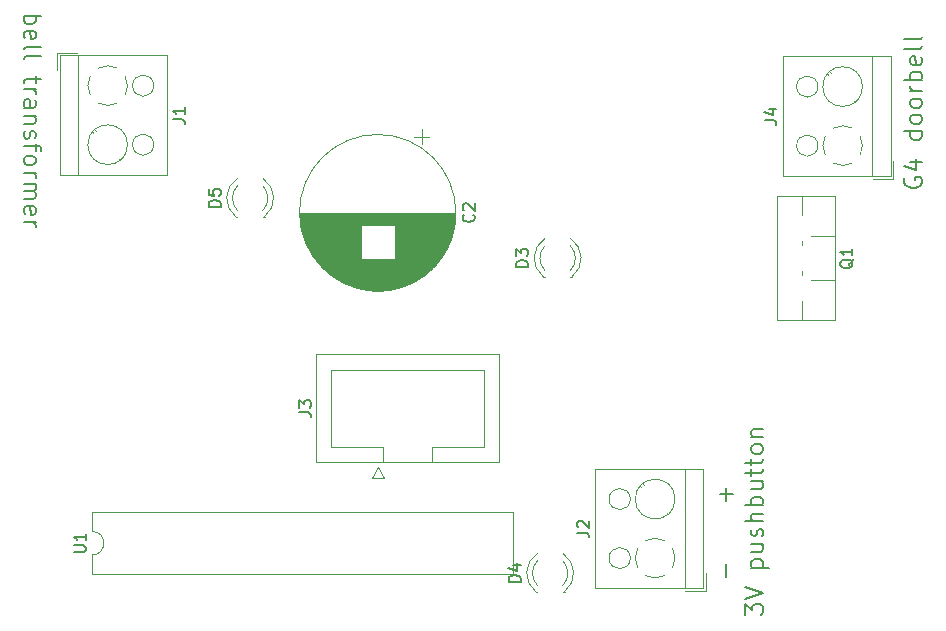
<source format=gbr>
%TF.GenerationSoftware,KiCad,Pcbnew,7.0.5*%
%TF.CreationDate,2024-03-07T15:26:59+01:00*%
%TF.ProjectId,g4_doorbell_module,67345f64-6f6f-4726-9265-6c6c5f6d6f64,rev?*%
%TF.SameCoordinates,Original*%
%TF.FileFunction,Legend,Top*%
%TF.FilePolarity,Positive*%
%FSLAX46Y46*%
G04 Gerber Fmt 4.6, Leading zero omitted, Abs format (unit mm)*
G04 Created by KiCad (PCBNEW 7.0.5) date 2024-03-07 15:26:59*
%MOMM*%
%LPD*%
G01*
G04 APERTURE LIST*
%ADD10C,0.200000*%
%ADD11C,0.150000*%
%ADD12C,0.120000*%
G04 APERTURE END LIST*
D10*
X62822028Y-60106136D02*
X62822028Y-59177564D01*
X62822028Y-59177564D02*
X63393457Y-59677564D01*
X63393457Y-59677564D02*
X63393457Y-59463279D01*
X63393457Y-59463279D02*
X63464885Y-59320422D01*
X63464885Y-59320422D02*
X63536314Y-59248993D01*
X63536314Y-59248993D02*
X63679171Y-59177564D01*
X63679171Y-59177564D02*
X64036314Y-59177564D01*
X64036314Y-59177564D02*
X64179171Y-59248993D01*
X64179171Y-59248993D02*
X64250600Y-59320422D01*
X64250600Y-59320422D02*
X64322028Y-59463279D01*
X64322028Y-59463279D02*
X64322028Y-59891850D01*
X64322028Y-59891850D02*
X64250600Y-60034707D01*
X64250600Y-60034707D02*
X64179171Y-60106136D01*
X62822028Y-58748993D02*
X64322028Y-58248993D01*
X64322028Y-58248993D02*
X62822028Y-57748993D01*
X63322028Y-56106137D02*
X64822028Y-56106137D01*
X63393457Y-56106137D02*
X63322028Y-55963280D01*
X63322028Y-55963280D02*
X63322028Y-55677565D01*
X63322028Y-55677565D02*
X63393457Y-55534708D01*
X63393457Y-55534708D02*
X63464885Y-55463280D01*
X63464885Y-55463280D02*
X63607742Y-55391851D01*
X63607742Y-55391851D02*
X64036314Y-55391851D01*
X64036314Y-55391851D02*
X64179171Y-55463280D01*
X64179171Y-55463280D02*
X64250600Y-55534708D01*
X64250600Y-55534708D02*
X64322028Y-55677565D01*
X64322028Y-55677565D02*
X64322028Y-55963280D01*
X64322028Y-55963280D02*
X64250600Y-56106137D01*
X63322028Y-54106137D02*
X64322028Y-54106137D01*
X63322028Y-54748994D02*
X64107742Y-54748994D01*
X64107742Y-54748994D02*
X64250600Y-54677565D01*
X64250600Y-54677565D02*
X64322028Y-54534708D01*
X64322028Y-54534708D02*
X64322028Y-54320422D01*
X64322028Y-54320422D02*
X64250600Y-54177565D01*
X64250600Y-54177565D02*
X64179171Y-54106137D01*
X64250600Y-53463279D02*
X64322028Y-53320422D01*
X64322028Y-53320422D02*
X64322028Y-53034708D01*
X64322028Y-53034708D02*
X64250600Y-52891851D01*
X64250600Y-52891851D02*
X64107742Y-52820422D01*
X64107742Y-52820422D02*
X64036314Y-52820422D01*
X64036314Y-52820422D02*
X63893457Y-52891851D01*
X63893457Y-52891851D02*
X63822028Y-53034708D01*
X63822028Y-53034708D02*
X63822028Y-53248994D01*
X63822028Y-53248994D02*
X63750600Y-53391851D01*
X63750600Y-53391851D02*
X63607742Y-53463279D01*
X63607742Y-53463279D02*
X63536314Y-53463279D01*
X63536314Y-53463279D02*
X63393457Y-53391851D01*
X63393457Y-53391851D02*
X63322028Y-53248994D01*
X63322028Y-53248994D02*
X63322028Y-53034708D01*
X63322028Y-53034708D02*
X63393457Y-52891851D01*
X64322028Y-52177565D02*
X62822028Y-52177565D01*
X64322028Y-51534708D02*
X63536314Y-51534708D01*
X63536314Y-51534708D02*
X63393457Y-51606136D01*
X63393457Y-51606136D02*
X63322028Y-51748993D01*
X63322028Y-51748993D02*
X63322028Y-51963279D01*
X63322028Y-51963279D02*
X63393457Y-52106136D01*
X63393457Y-52106136D02*
X63464885Y-52177565D01*
X64322028Y-50820422D02*
X62822028Y-50820422D01*
X63393457Y-50820422D02*
X63322028Y-50677565D01*
X63322028Y-50677565D02*
X63322028Y-50391850D01*
X63322028Y-50391850D02*
X63393457Y-50248993D01*
X63393457Y-50248993D02*
X63464885Y-50177565D01*
X63464885Y-50177565D02*
X63607742Y-50106136D01*
X63607742Y-50106136D02*
X64036314Y-50106136D01*
X64036314Y-50106136D02*
X64179171Y-50177565D01*
X64179171Y-50177565D02*
X64250600Y-50248993D01*
X64250600Y-50248993D02*
X64322028Y-50391850D01*
X64322028Y-50391850D02*
X64322028Y-50677565D01*
X64322028Y-50677565D02*
X64250600Y-50820422D01*
X63322028Y-48820422D02*
X64322028Y-48820422D01*
X63322028Y-49463279D02*
X64107742Y-49463279D01*
X64107742Y-49463279D02*
X64250600Y-49391850D01*
X64250600Y-49391850D02*
X64322028Y-49248993D01*
X64322028Y-49248993D02*
X64322028Y-49034707D01*
X64322028Y-49034707D02*
X64250600Y-48891850D01*
X64250600Y-48891850D02*
X64179171Y-48820422D01*
X63322028Y-48320421D02*
X63322028Y-47748993D01*
X62822028Y-48106136D02*
X64107742Y-48106136D01*
X64107742Y-48106136D02*
X64250600Y-48034707D01*
X64250600Y-48034707D02*
X64322028Y-47891850D01*
X64322028Y-47891850D02*
X64322028Y-47748993D01*
X63322028Y-47463278D02*
X63322028Y-46891850D01*
X62822028Y-47248993D02*
X64107742Y-47248993D01*
X64107742Y-47248993D02*
X64250600Y-47177564D01*
X64250600Y-47177564D02*
X64322028Y-47034707D01*
X64322028Y-47034707D02*
X64322028Y-46891850D01*
X64322028Y-46177564D02*
X64250600Y-46320421D01*
X64250600Y-46320421D02*
X64179171Y-46391850D01*
X64179171Y-46391850D02*
X64036314Y-46463278D01*
X64036314Y-46463278D02*
X63607742Y-46463278D01*
X63607742Y-46463278D02*
X63464885Y-46391850D01*
X63464885Y-46391850D02*
X63393457Y-46320421D01*
X63393457Y-46320421D02*
X63322028Y-46177564D01*
X63322028Y-46177564D02*
X63322028Y-45963278D01*
X63322028Y-45963278D02*
X63393457Y-45820421D01*
X63393457Y-45820421D02*
X63464885Y-45748993D01*
X63464885Y-45748993D02*
X63607742Y-45677564D01*
X63607742Y-45677564D02*
X64036314Y-45677564D01*
X64036314Y-45677564D02*
X64179171Y-45748993D01*
X64179171Y-45748993D02*
X64250600Y-45820421D01*
X64250600Y-45820421D02*
X64322028Y-45963278D01*
X64322028Y-45963278D02*
X64322028Y-46177564D01*
X63322028Y-45034707D02*
X64322028Y-45034707D01*
X63464885Y-45034707D02*
X63393457Y-44963278D01*
X63393457Y-44963278D02*
X63322028Y-44820421D01*
X63322028Y-44820421D02*
X63322028Y-44606135D01*
X63322028Y-44606135D02*
X63393457Y-44463278D01*
X63393457Y-44463278D02*
X63536314Y-44391850D01*
X63536314Y-44391850D02*
X64322028Y-44391850D01*
X1717971Y-9378720D02*
X3217971Y-9378720D01*
X2646542Y-9378720D02*
X2717971Y-9521578D01*
X2717971Y-9521578D02*
X2717971Y-9807292D01*
X2717971Y-9807292D02*
X2646542Y-9950149D01*
X2646542Y-9950149D02*
X2575114Y-10021578D01*
X2575114Y-10021578D02*
X2432257Y-10093006D01*
X2432257Y-10093006D02*
X2003685Y-10093006D01*
X2003685Y-10093006D02*
X1860828Y-10021578D01*
X1860828Y-10021578D02*
X1789400Y-9950149D01*
X1789400Y-9950149D02*
X1717971Y-9807292D01*
X1717971Y-9807292D02*
X1717971Y-9521578D01*
X1717971Y-9521578D02*
X1789400Y-9378720D01*
X1789400Y-11307292D02*
X1717971Y-11164435D01*
X1717971Y-11164435D02*
X1717971Y-10878721D01*
X1717971Y-10878721D02*
X1789400Y-10735863D01*
X1789400Y-10735863D02*
X1932257Y-10664435D01*
X1932257Y-10664435D02*
X2503685Y-10664435D01*
X2503685Y-10664435D02*
X2646542Y-10735863D01*
X2646542Y-10735863D02*
X2717971Y-10878721D01*
X2717971Y-10878721D02*
X2717971Y-11164435D01*
X2717971Y-11164435D02*
X2646542Y-11307292D01*
X2646542Y-11307292D02*
X2503685Y-11378721D01*
X2503685Y-11378721D02*
X2360828Y-11378721D01*
X2360828Y-11378721D02*
X2217971Y-10664435D01*
X1717971Y-12235863D02*
X1789400Y-12093006D01*
X1789400Y-12093006D02*
X1932257Y-12021577D01*
X1932257Y-12021577D02*
X3217971Y-12021577D01*
X1717971Y-13021577D02*
X1789400Y-12878720D01*
X1789400Y-12878720D02*
X1932257Y-12807291D01*
X1932257Y-12807291D02*
X3217971Y-12807291D01*
X2717971Y-14521577D02*
X2717971Y-15093005D01*
X3217971Y-14735862D02*
X1932257Y-14735862D01*
X1932257Y-14735862D02*
X1789400Y-14807291D01*
X1789400Y-14807291D02*
X1717971Y-14950148D01*
X1717971Y-14950148D02*
X1717971Y-15093005D01*
X1717971Y-15593005D02*
X2717971Y-15593005D01*
X2432257Y-15593005D02*
X2575114Y-15664434D01*
X2575114Y-15664434D02*
X2646542Y-15735863D01*
X2646542Y-15735863D02*
X2717971Y-15878720D01*
X2717971Y-15878720D02*
X2717971Y-16021577D01*
X1717971Y-17164434D02*
X2503685Y-17164434D01*
X2503685Y-17164434D02*
X2646542Y-17093005D01*
X2646542Y-17093005D02*
X2717971Y-16950148D01*
X2717971Y-16950148D02*
X2717971Y-16664434D01*
X2717971Y-16664434D02*
X2646542Y-16521576D01*
X1789400Y-17164434D02*
X1717971Y-17021576D01*
X1717971Y-17021576D02*
X1717971Y-16664434D01*
X1717971Y-16664434D02*
X1789400Y-16521576D01*
X1789400Y-16521576D02*
X1932257Y-16450148D01*
X1932257Y-16450148D02*
X2075114Y-16450148D01*
X2075114Y-16450148D02*
X2217971Y-16521576D01*
X2217971Y-16521576D02*
X2289400Y-16664434D01*
X2289400Y-16664434D02*
X2289400Y-17021576D01*
X2289400Y-17021576D02*
X2360828Y-17164434D01*
X2717971Y-17878719D02*
X1717971Y-17878719D01*
X2575114Y-17878719D02*
X2646542Y-17950148D01*
X2646542Y-17950148D02*
X2717971Y-18093005D01*
X2717971Y-18093005D02*
X2717971Y-18307291D01*
X2717971Y-18307291D02*
X2646542Y-18450148D01*
X2646542Y-18450148D02*
X2503685Y-18521577D01*
X2503685Y-18521577D02*
X1717971Y-18521577D01*
X1789400Y-19164434D02*
X1717971Y-19307291D01*
X1717971Y-19307291D02*
X1717971Y-19593005D01*
X1717971Y-19593005D02*
X1789400Y-19735862D01*
X1789400Y-19735862D02*
X1932257Y-19807291D01*
X1932257Y-19807291D02*
X2003685Y-19807291D01*
X2003685Y-19807291D02*
X2146542Y-19735862D01*
X2146542Y-19735862D02*
X2217971Y-19593005D01*
X2217971Y-19593005D02*
X2217971Y-19378720D01*
X2217971Y-19378720D02*
X2289400Y-19235862D01*
X2289400Y-19235862D02*
X2432257Y-19164434D01*
X2432257Y-19164434D02*
X2503685Y-19164434D01*
X2503685Y-19164434D02*
X2646542Y-19235862D01*
X2646542Y-19235862D02*
X2717971Y-19378720D01*
X2717971Y-19378720D02*
X2717971Y-19593005D01*
X2717971Y-19593005D02*
X2646542Y-19735862D01*
X2717971Y-20235863D02*
X2717971Y-20807291D01*
X1717971Y-20450148D02*
X3003685Y-20450148D01*
X3003685Y-20450148D02*
X3146542Y-20521577D01*
X3146542Y-20521577D02*
X3217971Y-20664434D01*
X3217971Y-20664434D02*
X3217971Y-20807291D01*
X1717971Y-21521577D02*
X1789400Y-21378720D01*
X1789400Y-21378720D02*
X1860828Y-21307291D01*
X1860828Y-21307291D02*
X2003685Y-21235863D01*
X2003685Y-21235863D02*
X2432257Y-21235863D01*
X2432257Y-21235863D02*
X2575114Y-21307291D01*
X2575114Y-21307291D02*
X2646542Y-21378720D01*
X2646542Y-21378720D02*
X2717971Y-21521577D01*
X2717971Y-21521577D02*
X2717971Y-21735863D01*
X2717971Y-21735863D02*
X2646542Y-21878720D01*
X2646542Y-21878720D02*
X2575114Y-21950149D01*
X2575114Y-21950149D02*
X2432257Y-22021577D01*
X2432257Y-22021577D02*
X2003685Y-22021577D01*
X2003685Y-22021577D02*
X1860828Y-21950149D01*
X1860828Y-21950149D02*
X1789400Y-21878720D01*
X1789400Y-21878720D02*
X1717971Y-21735863D01*
X1717971Y-21735863D02*
X1717971Y-21521577D01*
X1717971Y-22664434D02*
X2717971Y-22664434D01*
X2432257Y-22664434D02*
X2575114Y-22735863D01*
X2575114Y-22735863D02*
X2646542Y-22807292D01*
X2646542Y-22807292D02*
X2717971Y-22950149D01*
X2717971Y-22950149D02*
X2717971Y-23093006D01*
X1717971Y-23593005D02*
X2717971Y-23593005D01*
X2575114Y-23593005D02*
X2646542Y-23664434D01*
X2646542Y-23664434D02*
X2717971Y-23807291D01*
X2717971Y-23807291D02*
X2717971Y-24021577D01*
X2717971Y-24021577D02*
X2646542Y-24164434D01*
X2646542Y-24164434D02*
X2503685Y-24235863D01*
X2503685Y-24235863D02*
X1717971Y-24235863D01*
X2503685Y-24235863D02*
X2646542Y-24307291D01*
X2646542Y-24307291D02*
X2717971Y-24450148D01*
X2717971Y-24450148D02*
X2717971Y-24664434D01*
X2717971Y-24664434D02*
X2646542Y-24807291D01*
X2646542Y-24807291D02*
X2503685Y-24878720D01*
X2503685Y-24878720D02*
X1717971Y-24878720D01*
X1789400Y-26164434D02*
X1717971Y-26021577D01*
X1717971Y-26021577D02*
X1717971Y-25735863D01*
X1717971Y-25735863D02*
X1789400Y-25593005D01*
X1789400Y-25593005D02*
X1932257Y-25521577D01*
X1932257Y-25521577D02*
X2503685Y-25521577D01*
X2503685Y-25521577D02*
X2646542Y-25593005D01*
X2646542Y-25593005D02*
X2717971Y-25735863D01*
X2717971Y-25735863D02*
X2717971Y-26021577D01*
X2717971Y-26021577D02*
X2646542Y-26164434D01*
X2646542Y-26164434D02*
X2503685Y-26235863D01*
X2503685Y-26235863D02*
X2360828Y-26235863D01*
X2360828Y-26235863D02*
X2217971Y-25521577D01*
X1717971Y-26878719D02*
X2717971Y-26878719D01*
X2432257Y-26878719D02*
X2575114Y-26950148D01*
X2575114Y-26950148D02*
X2646542Y-27021577D01*
X2646542Y-27021577D02*
X2717971Y-27164434D01*
X2717971Y-27164434D02*
X2717971Y-27307291D01*
X61210600Y-56915279D02*
X61210600Y-55772422D01*
X61210600Y-50486708D02*
X61210600Y-49343851D01*
X61782028Y-49915279D02*
X60639171Y-49915279D01*
X76355457Y-23109564D02*
X76284028Y-23252422D01*
X76284028Y-23252422D02*
X76284028Y-23466707D01*
X76284028Y-23466707D02*
X76355457Y-23680993D01*
X76355457Y-23680993D02*
X76498314Y-23823850D01*
X76498314Y-23823850D02*
X76641171Y-23895279D01*
X76641171Y-23895279D02*
X76926885Y-23966707D01*
X76926885Y-23966707D02*
X77141171Y-23966707D01*
X77141171Y-23966707D02*
X77426885Y-23895279D01*
X77426885Y-23895279D02*
X77569742Y-23823850D01*
X77569742Y-23823850D02*
X77712600Y-23680993D01*
X77712600Y-23680993D02*
X77784028Y-23466707D01*
X77784028Y-23466707D02*
X77784028Y-23323850D01*
X77784028Y-23323850D02*
X77712600Y-23109564D01*
X77712600Y-23109564D02*
X77641171Y-23038136D01*
X77641171Y-23038136D02*
X77141171Y-23038136D01*
X77141171Y-23038136D02*
X77141171Y-23323850D01*
X76784028Y-21752422D02*
X77784028Y-21752422D01*
X76212600Y-22109564D02*
X77284028Y-22466707D01*
X77284028Y-22466707D02*
X77284028Y-21538136D01*
X77784028Y-19180994D02*
X76284028Y-19180994D01*
X77712600Y-19180994D02*
X77784028Y-19323851D01*
X77784028Y-19323851D02*
X77784028Y-19609565D01*
X77784028Y-19609565D02*
X77712600Y-19752422D01*
X77712600Y-19752422D02*
X77641171Y-19823851D01*
X77641171Y-19823851D02*
X77498314Y-19895279D01*
X77498314Y-19895279D02*
X77069742Y-19895279D01*
X77069742Y-19895279D02*
X76926885Y-19823851D01*
X76926885Y-19823851D02*
X76855457Y-19752422D01*
X76855457Y-19752422D02*
X76784028Y-19609565D01*
X76784028Y-19609565D02*
X76784028Y-19323851D01*
X76784028Y-19323851D02*
X76855457Y-19180994D01*
X77784028Y-18252422D02*
X77712600Y-18395279D01*
X77712600Y-18395279D02*
X77641171Y-18466708D01*
X77641171Y-18466708D02*
X77498314Y-18538136D01*
X77498314Y-18538136D02*
X77069742Y-18538136D01*
X77069742Y-18538136D02*
X76926885Y-18466708D01*
X76926885Y-18466708D02*
X76855457Y-18395279D01*
X76855457Y-18395279D02*
X76784028Y-18252422D01*
X76784028Y-18252422D02*
X76784028Y-18038136D01*
X76784028Y-18038136D02*
X76855457Y-17895279D01*
X76855457Y-17895279D02*
X76926885Y-17823851D01*
X76926885Y-17823851D02*
X77069742Y-17752422D01*
X77069742Y-17752422D02*
X77498314Y-17752422D01*
X77498314Y-17752422D02*
X77641171Y-17823851D01*
X77641171Y-17823851D02*
X77712600Y-17895279D01*
X77712600Y-17895279D02*
X77784028Y-18038136D01*
X77784028Y-18038136D02*
X77784028Y-18252422D01*
X77784028Y-16895279D02*
X77712600Y-17038136D01*
X77712600Y-17038136D02*
X77641171Y-17109565D01*
X77641171Y-17109565D02*
X77498314Y-17180993D01*
X77498314Y-17180993D02*
X77069742Y-17180993D01*
X77069742Y-17180993D02*
X76926885Y-17109565D01*
X76926885Y-17109565D02*
X76855457Y-17038136D01*
X76855457Y-17038136D02*
X76784028Y-16895279D01*
X76784028Y-16895279D02*
X76784028Y-16680993D01*
X76784028Y-16680993D02*
X76855457Y-16538136D01*
X76855457Y-16538136D02*
X76926885Y-16466708D01*
X76926885Y-16466708D02*
X77069742Y-16395279D01*
X77069742Y-16395279D02*
X77498314Y-16395279D01*
X77498314Y-16395279D02*
X77641171Y-16466708D01*
X77641171Y-16466708D02*
X77712600Y-16538136D01*
X77712600Y-16538136D02*
X77784028Y-16680993D01*
X77784028Y-16680993D02*
X77784028Y-16895279D01*
X77784028Y-15752422D02*
X76784028Y-15752422D01*
X77069742Y-15752422D02*
X76926885Y-15680993D01*
X76926885Y-15680993D02*
X76855457Y-15609565D01*
X76855457Y-15609565D02*
X76784028Y-15466707D01*
X76784028Y-15466707D02*
X76784028Y-15323850D01*
X77784028Y-14823851D02*
X76284028Y-14823851D01*
X76855457Y-14823851D02*
X76784028Y-14680994D01*
X76784028Y-14680994D02*
X76784028Y-14395279D01*
X76784028Y-14395279D02*
X76855457Y-14252422D01*
X76855457Y-14252422D02*
X76926885Y-14180994D01*
X76926885Y-14180994D02*
X77069742Y-14109565D01*
X77069742Y-14109565D02*
X77498314Y-14109565D01*
X77498314Y-14109565D02*
X77641171Y-14180994D01*
X77641171Y-14180994D02*
X77712600Y-14252422D01*
X77712600Y-14252422D02*
X77784028Y-14395279D01*
X77784028Y-14395279D02*
X77784028Y-14680994D01*
X77784028Y-14680994D02*
X77712600Y-14823851D01*
X77712600Y-12895279D02*
X77784028Y-13038136D01*
X77784028Y-13038136D02*
X77784028Y-13323851D01*
X77784028Y-13323851D02*
X77712600Y-13466708D01*
X77712600Y-13466708D02*
X77569742Y-13538136D01*
X77569742Y-13538136D02*
X76998314Y-13538136D01*
X76998314Y-13538136D02*
X76855457Y-13466708D01*
X76855457Y-13466708D02*
X76784028Y-13323851D01*
X76784028Y-13323851D02*
X76784028Y-13038136D01*
X76784028Y-13038136D02*
X76855457Y-12895279D01*
X76855457Y-12895279D02*
X76998314Y-12823851D01*
X76998314Y-12823851D02*
X77141171Y-12823851D01*
X77141171Y-12823851D02*
X77284028Y-13538136D01*
X77784028Y-11966708D02*
X77712600Y-12109565D01*
X77712600Y-12109565D02*
X77569742Y-12180994D01*
X77569742Y-12180994D02*
X76284028Y-12180994D01*
X77784028Y-11180994D02*
X77712600Y-11323851D01*
X77712600Y-11323851D02*
X77569742Y-11395280D01*
X77569742Y-11395280D02*
X76284028Y-11395280D01*
D11*
%TO.C,C2*%
X39794580Y-26226666D02*
X39842200Y-26274285D01*
X39842200Y-26274285D02*
X39889819Y-26417142D01*
X39889819Y-26417142D02*
X39889819Y-26512380D01*
X39889819Y-26512380D02*
X39842200Y-26655237D01*
X39842200Y-26655237D02*
X39746961Y-26750475D01*
X39746961Y-26750475D02*
X39651723Y-26798094D01*
X39651723Y-26798094D02*
X39461247Y-26845713D01*
X39461247Y-26845713D02*
X39318390Y-26845713D01*
X39318390Y-26845713D02*
X39127914Y-26798094D01*
X39127914Y-26798094D02*
X39032676Y-26750475D01*
X39032676Y-26750475D02*
X38937438Y-26655237D01*
X38937438Y-26655237D02*
X38889819Y-26512380D01*
X38889819Y-26512380D02*
X38889819Y-26417142D01*
X38889819Y-26417142D02*
X38937438Y-26274285D01*
X38937438Y-26274285D02*
X38985057Y-26226666D01*
X38985057Y-25845713D02*
X38937438Y-25798094D01*
X38937438Y-25798094D02*
X38889819Y-25702856D01*
X38889819Y-25702856D02*
X38889819Y-25464761D01*
X38889819Y-25464761D02*
X38937438Y-25369523D01*
X38937438Y-25369523D02*
X38985057Y-25321904D01*
X38985057Y-25321904D02*
X39080295Y-25274285D01*
X39080295Y-25274285D02*
X39175533Y-25274285D01*
X39175533Y-25274285D02*
X39318390Y-25321904D01*
X39318390Y-25321904D02*
X39889819Y-25893332D01*
X39889819Y-25893332D02*
X39889819Y-25274285D01*
%TO.C,D3*%
X44419819Y-30648094D02*
X43419819Y-30648094D01*
X43419819Y-30648094D02*
X43419819Y-30409999D01*
X43419819Y-30409999D02*
X43467438Y-30267142D01*
X43467438Y-30267142D02*
X43562676Y-30171904D01*
X43562676Y-30171904D02*
X43657914Y-30124285D01*
X43657914Y-30124285D02*
X43848390Y-30076666D01*
X43848390Y-30076666D02*
X43991247Y-30076666D01*
X43991247Y-30076666D02*
X44181723Y-30124285D01*
X44181723Y-30124285D02*
X44276961Y-30171904D01*
X44276961Y-30171904D02*
X44372200Y-30267142D01*
X44372200Y-30267142D02*
X44419819Y-30409999D01*
X44419819Y-30409999D02*
X44419819Y-30648094D01*
X43419819Y-29743332D02*
X43419819Y-29124285D01*
X43419819Y-29124285D02*
X43800771Y-29457618D01*
X43800771Y-29457618D02*
X43800771Y-29314761D01*
X43800771Y-29314761D02*
X43848390Y-29219523D01*
X43848390Y-29219523D02*
X43896009Y-29171904D01*
X43896009Y-29171904D02*
X43991247Y-29124285D01*
X43991247Y-29124285D02*
X44229342Y-29124285D01*
X44229342Y-29124285D02*
X44324580Y-29171904D01*
X44324580Y-29171904D02*
X44372200Y-29219523D01*
X44372200Y-29219523D02*
X44419819Y-29314761D01*
X44419819Y-29314761D02*
X44419819Y-29600475D01*
X44419819Y-29600475D02*
X44372200Y-29695713D01*
X44372200Y-29695713D02*
X44324580Y-29743332D01*
%TO.C,D4*%
X43784819Y-57318094D02*
X42784819Y-57318094D01*
X42784819Y-57318094D02*
X42784819Y-57079999D01*
X42784819Y-57079999D02*
X42832438Y-56937142D01*
X42832438Y-56937142D02*
X42927676Y-56841904D01*
X42927676Y-56841904D02*
X43022914Y-56794285D01*
X43022914Y-56794285D02*
X43213390Y-56746666D01*
X43213390Y-56746666D02*
X43356247Y-56746666D01*
X43356247Y-56746666D02*
X43546723Y-56794285D01*
X43546723Y-56794285D02*
X43641961Y-56841904D01*
X43641961Y-56841904D02*
X43737200Y-56937142D01*
X43737200Y-56937142D02*
X43784819Y-57079999D01*
X43784819Y-57079999D02*
X43784819Y-57318094D01*
X43118152Y-55889523D02*
X43784819Y-55889523D01*
X42737200Y-56127618D02*
X43451485Y-56365713D01*
X43451485Y-56365713D02*
X43451485Y-55746666D01*
%TO.C,D5*%
X18384819Y-25568094D02*
X17384819Y-25568094D01*
X17384819Y-25568094D02*
X17384819Y-25329999D01*
X17384819Y-25329999D02*
X17432438Y-25187142D01*
X17432438Y-25187142D02*
X17527676Y-25091904D01*
X17527676Y-25091904D02*
X17622914Y-25044285D01*
X17622914Y-25044285D02*
X17813390Y-24996666D01*
X17813390Y-24996666D02*
X17956247Y-24996666D01*
X17956247Y-24996666D02*
X18146723Y-25044285D01*
X18146723Y-25044285D02*
X18241961Y-25091904D01*
X18241961Y-25091904D02*
X18337200Y-25187142D01*
X18337200Y-25187142D02*
X18384819Y-25329999D01*
X18384819Y-25329999D02*
X18384819Y-25568094D01*
X17384819Y-24091904D02*
X17384819Y-24568094D01*
X17384819Y-24568094D02*
X17861009Y-24615713D01*
X17861009Y-24615713D02*
X17813390Y-24568094D01*
X17813390Y-24568094D02*
X17765771Y-24472856D01*
X17765771Y-24472856D02*
X17765771Y-24234761D01*
X17765771Y-24234761D02*
X17813390Y-24139523D01*
X17813390Y-24139523D02*
X17861009Y-24091904D01*
X17861009Y-24091904D02*
X17956247Y-24044285D01*
X17956247Y-24044285D02*
X18194342Y-24044285D01*
X18194342Y-24044285D02*
X18289580Y-24091904D01*
X18289580Y-24091904D02*
X18337200Y-24139523D01*
X18337200Y-24139523D02*
X18384819Y-24234761D01*
X18384819Y-24234761D02*
X18384819Y-24472856D01*
X18384819Y-24472856D02*
X18337200Y-24568094D01*
X18337200Y-24568094D02*
X18289580Y-24615713D01*
%TO.C,J1*%
X14339819Y-18138333D02*
X15054104Y-18138333D01*
X15054104Y-18138333D02*
X15196961Y-18185952D01*
X15196961Y-18185952D02*
X15292200Y-18281190D01*
X15292200Y-18281190D02*
X15339819Y-18424047D01*
X15339819Y-18424047D02*
X15339819Y-18519285D01*
X15339819Y-17138333D02*
X15339819Y-17709761D01*
X15339819Y-17424047D02*
X14339819Y-17424047D01*
X14339819Y-17424047D02*
X14482676Y-17519285D01*
X14482676Y-17519285D02*
X14577914Y-17614523D01*
X14577914Y-17614523D02*
X14625533Y-17709761D01*
%TO.C,J2*%
X48574819Y-53143333D02*
X49289104Y-53143333D01*
X49289104Y-53143333D02*
X49431961Y-53190952D01*
X49431961Y-53190952D02*
X49527200Y-53286190D01*
X49527200Y-53286190D02*
X49574819Y-53429047D01*
X49574819Y-53429047D02*
X49574819Y-53524285D01*
X48670057Y-52714761D02*
X48622438Y-52667142D01*
X48622438Y-52667142D02*
X48574819Y-52571904D01*
X48574819Y-52571904D02*
X48574819Y-52333809D01*
X48574819Y-52333809D02*
X48622438Y-52238571D01*
X48622438Y-52238571D02*
X48670057Y-52190952D01*
X48670057Y-52190952D02*
X48765295Y-52143333D01*
X48765295Y-52143333D02*
X48860533Y-52143333D01*
X48860533Y-52143333D02*
X49003390Y-52190952D01*
X49003390Y-52190952D02*
X49574819Y-52762380D01*
X49574819Y-52762380D02*
X49574819Y-52143333D01*
%TO.C,J3*%
X25039819Y-42943333D02*
X25754104Y-42943333D01*
X25754104Y-42943333D02*
X25896961Y-42990952D01*
X25896961Y-42990952D02*
X25992200Y-43086190D01*
X25992200Y-43086190D02*
X26039819Y-43229047D01*
X26039819Y-43229047D02*
X26039819Y-43324285D01*
X25039819Y-42562380D02*
X25039819Y-41943333D01*
X25039819Y-41943333D02*
X25420771Y-42276666D01*
X25420771Y-42276666D02*
X25420771Y-42133809D01*
X25420771Y-42133809D02*
X25468390Y-42038571D01*
X25468390Y-42038571D02*
X25516009Y-41990952D01*
X25516009Y-41990952D02*
X25611247Y-41943333D01*
X25611247Y-41943333D02*
X25849342Y-41943333D01*
X25849342Y-41943333D02*
X25944580Y-41990952D01*
X25944580Y-41990952D02*
X25992200Y-42038571D01*
X25992200Y-42038571D02*
X26039819Y-42133809D01*
X26039819Y-42133809D02*
X26039819Y-42419523D01*
X26039819Y-42419523D02*
X25992200Y-42514761D01*
X25992200Y-42514761D02*
X25944580Y-42562380D01*
%TO.C,J4*%
X64449819Y-18218333D02*
X65164104Y-18218333D01*
X65164104Y-18218333D02*
X65306961Y-18265952D01*
X65306961Y-18265952D02*
X65402200Y-18361190D01*
X65402200Y-18361190D02*
X65449819Y-18504047D01*
X65449819Y-18504047D02*
X65449819Y-18599285D01*
X64783152Y-17313571D02*
X65449819Y-17313571D01*
X64402200Y-17551666D02*
X65116485Y-17789761D01*
X65116485Y-17789761D02*
X65116485Y-17170714D01*
%TO.C,Q1*%
X71962557Y-30005238D02*
X71914938Y-30100476D01*
X71914938Y-30100476D02*
X71819700Y-30195714D01*
X71819700Y-30195714D02*
X71676842Y-30338571D01*
X71676842Y-30338571D02*
X71629223Y-30433809D01*
X71629223Y-30433809D02*
X71629223Y-30529047D01*
X71867319Y-30481428D02*
X71819700Y-30576666D01*
X71819700Y-30576666D02*
X71724461Y-30671904D01*
X71724461Y-30671904D02*
X71533985Y-30719523D01*
X71533985Y-30719523D02*
X71200652Y-30719523D01*
X71200652Y-30719523D02*
X71010176Y-30671904D01*
X71010176Y-30671904D02*
X70914938Y-30576666D01*
X70914938Y-30576666D02*
X70867319Y-30481428D01*
X70867319Y-30481428D02*
X70867319Y-30290952D01*
X70867319Y-30290952D02*
X70914938Y-30195714D01*
X70914938Y-30195714D02*
X71010176Y-30100476D01*
X71010176Y-30100476D02*
X71200652Y-30052857D01*
X71200652Y-30052857D02*
X71533985Y-30052857D01*
X71533985Y-30052857D02*
X71724461Y-30100476D01*
X71724461Y-30100476D02*
X71819700Y-30195714D01*
X71819700Y-30195714D02*
X71867319Y-30290952D01*
X71867319Y-30290952D02*
X71867319Y-30481428D01*
X71867319Y-29100476D02*
X71867319Y-29671904D01*
X71867319Y-29386190D02*
X70867319Y-29386190D01*
X70867319Y-29386190D02*
X71010176Y-29481428D01*
X71010176Y-29481428D02*
X71105414Y-29576666D01*
X71105414Y-29576666D02*
X71153033Y-29671904D01*
%TO.C,U1*%
X5949819Y-54801904D02*
X6759342Y-54801904D01*
X6759342Y-54801904D02*
X6854580Y-54754285D01*
X6854580Y-54754285D02*
X6902200Y-54706666D01*
X6902200Y-54706666D02*
X6949819Y-54611428D01*
X6949819Y-54611428D02*
X6949819Y-54420952D01*
X6949819Y-54420952D02*
X6902200Y-54325714D01*
X6902200Y-54325714D02*
X6854580Y-54278095D01*
X6854580Y-54278095D02*
X6759342Y-54230476D01*
X6759342Y-54230476D02*
X5949819Y-54230476D01*
X6949819Y-53230476D02*
X6949819Y-53801904D01*
X6949819Y-53516190D02*
X5949819Y-53516190D01*
X5949819Y-53516190D02*
X6092676Y-53611428D01*
X6092676Y-53611428D02*
X6187914Y-53706666D01*
X6187914Y-53706666D02*
X6235533Y-53801904D01*
D12*
%TO.C,C2*%
X35400000Y-18975431D02*
X35400000Y-20275431D01*
X36050000Y-19625431D02*
X34750000Y-19625431D01*
X38265000Y-26060000D02*
X25105000Y-26060000D01*
X38265000Y-26100000D02*
X25105000Y-26100000D01*
X38265000Y-26140000D02*
X25105000Y-26140000D01*
X38264000Y-26180000D02*
X25106000Y-26180000D01*
X38264000Y-26220000D02*
X25106000Y-26220000D01*
X38262000Y-26260000D02*
X25108000Y-26260000D01*
X38261000Y-26300000D02*
X25109000Y-26300000D01*
X38260000Y-26340000D02*
X25110000Y-26340000D01*
X38258000Y-26380000D02*
X25112000Y-26380000D01*
X38256000Y-26420000D02*
X25114000Y-26420000D01*
X38253000Y-26460000D02*
X25117000Y-26460000D01*
X38251000Y-26500000D02*
X25119000Y-26500000D01*
X38248000Y-26540000D02*
X25122000Y-26540000D01*
X38245000Y-26580000D02*
X25125000Y-26580000D01*
X38242000Y-26620000D02*
X25128000Y-26620000D01*
X38238000Y-26660000D02*
X25132000Y-26660000D01*
X38234000Y-26700000D02*
X25136000Y-26700000D01*
X38230000Y-26740000D02*
X25140000Y-26740000D01*
X38226000Y-26781000D02*
X25144000Y-26781000D01*
X38222000Y-26821000D02*
X25148000Y-26821000D01*
X38217000Y-26861000D02*
X25153000Y-26861000D01*
X38212000Y-26901000D02*
X25158000Y-26901000D01*
X38207000Y-26941000D02*
X25163000Y-26941000D01*
X38201000Y-26981000D02*
X25169000Y-26981000D01*
X38196000Y-27021000D02*
X25174000Y-27021000D01*
X38190000Y-27061000D02*
X25180000Y-27061000D01*
X38183000Y-27101000D02*
X25187000Y-27101000D01*
X38177000Y-27141000D02*
X33125000Y-27141000D01*
X30245000Y-27141000D02*
X25193000Y-27141000D01*
X38170000Y-27181000D02*
X33125000Y-27181000D01*
X30245000Y-27181000D02*
X25200000Y-27181000D01*
X38163000Y-27221000D02*
X33125000Y-27221000D01*
X30245000Y-27221000D02*
X25207000Y-27221000D01*
X38156000Y-27261000D02*
X33125000Y-27261000D01*
X30245000Y-27261000D02*
X25214000Y-27261000D01*
X38148000Y-27301000D02*
X33125000Y-27301000D01*
X30245000Y-27301000D02*
X25222000Y-27301000D01*
X38141000Y-27341000D02*
X33125000Y-27341000D01*
X30245000Y-27341000D02*
X25229000Y-27341000D01*
X38133000Y-27381000D02*
X33125000Y-27381000D01*
X30245000Y-27381000D02*
X25237000Y-27381000D01*
X38124000Y-27421000D02*
X33125000Y-27421000D01*
X30245000Y-27421000D02*
X25246000Y-27421000D01*
X38116000Y-27461000D02*
X33125000Y-27461000D01*
X30245000Y-27461000D02*
X25254000Y-27461000D01*
X38107000Y-27501000D02*
X33125000Y-27501000D01*
X30245000Y-27501000D02*
X25263000Y-27501000D01*
X38098000Y-27541000D02*
X33125000Y-27541000D01*
X30245000Y-27541000D02*
X25272000Y-27541000D01*
X38089000Y-27581000D02*
X33125000Y-27581000D01*
X30245000Y-27581000D02*
X25281000Y-27581000D01*
X38079000Y-27621000D02*
X33125000Y-27621000D01*
X30245000Y-27621000D02*
X25291000Y-27621000D01*
X38069000Y-27661000D02*
X33125000Y-27661000D01*
X30245000Y-27661000D02*
X25301000Y-27661000D01*
X38059000Y-27701000D02*
X33125000Y-27701000D01*
X30245000Y-27701000D02*
X25311000Y-27701000D01*
X38049000Y-27741000D02*
X33125000Y-27741000D01*
X30245000Y-27741000D02*
X25321000Y-27741000D01*
X38038000Y-27781000D02*
X33125000Y-27781000D01*
X30245000Y-27781000D02*
X25332000Y-27781000D01*
X38027000Y-27821000D02*
X33125000Y-27821000D01*
X30245000Y-27821000D02*
X25343000Y-27821000D01*
X38016000Y-27861000D02*
X33125000Y-27861000D01*
X30245000Y-27861000D02*
X25354000Y-27861000D01*
X38005000Y-27901000D02*
X33125000Y-27901000D01*
X30245000Y-27901000D02*
X25365000Y-27901000D01*
X37993000Y-27941000D02*
X33125000Y-27941000D01*
X30245000Y-27941000D02*
X25377000Y-27941000D01*
X37981000Y-27981000D02*
X33125000Y-27981000D01*
X30245000Y-27981000D02*
X25389000Y-27981000D01*
X37969000Y-28021000D02*
X33125000Y-28021000D01*
X30245000Y-28021000D02*
X25401000Y-28021000D01*
X37956000Y-28061000D02*
X33125000Y-28061000D01*
X30245000Y-28061000D02*
X25414000Y-28061000D01*
X37943000Y-28101000D02*
X33125000Y-28101000D01*
X30245000Y-28101000D02*
X25427000Y-28101000D01*
X37930000Y-28141000D02*
X33125000Y-28141000D01*
X30245000Y-28141000D02*
X25440000Y-28141000D01*
X37917000Y-28181000D02*
X33125000Y-28181000D01*
X30245000Y-28181000D02*
X25453000Y-28181000D01*
X37903000Y-28221000D02*
X33125000Y-28221000D01*
X30245000Y-28221000D02*
X25467000Y-28221000D01*
X37889000Y-28261000D02*
X33125000Y-28261000D01*
X30245000Y-28261000D02*
X25481000Y-28261000D01*
X37875000Y-28301000D02*
X33125000Y-28301000D01*
X30245000Y-28301000D02*
X25495000Y-28301000D01*
X37860000Y-28341000D02*
X33125000Y-28341000D01*
X30245000Y-28341000D02*
X25510000Y-28341000D01*
X37846000Y-28381000D02*
X33125000Y-28381000D01*
X30245000Y-28381000D02*
X25524000Y-28381000D01*
X37831000Y-28421000D02*
X33125000Y-28421000D01*
X30245000Y-28421000D02*
X25539000Y-28421000D01*
X37815000Y-28461000D02*
X33125000Y-28461000D01*
X30245000Y-28461000D02*
X25555000Y-28461000D01*
X37799000Y-28501000D02*
X33125000Y-28501000D01*
X30245000Y-28501000D02*
X25571000Y-28501000D01*
X37783000Y-28541000D02*
X33125000Y-28541000D01*
X30245000Y-28541000D02*
X25587000Y-28541000D01*
X37767000Y-28581000D02*
X33125000Y-28581000D01*
X30245000Y-28581000D02*
X25603000Y-28581000D01*
X37750000Y-28621000D02*
X33125000Y-28621000D01*
X30245000Y-28621000D02*
X25620000Y-28621000D01*
X37734000Y-28661000D02*
X33125000Y-28661000D01*
X30245000Y-28661000D02*
X25636000Y-28661000D01*
X37716000Y-28701000D02*
X33125000Y-28701000D01*
X30245000Y-28701000D02*
X25654000Y-28701000D01*
X37699000Y-28741000D02*
X33125000Y-28741000D01*
X30245000Y-28741000D02*
X25671000Y-28741000D01*
X37681000Y-28781000D02*
X33125000Y-28781000D01*
X30245000Y-28781000D02*
X25689000Y-28781000D01*
X37663000Y-28821000D02*
X33125000Y-28821000D01*
X30245000Y-28821000D02*
X25707000Y-28821000D01*
X37644000Y-28861000D02*
X33125000Y-28861000D01*
X30245000Y-28861000D02*
X25726000Y-28861000D01*
X37625000Y-28901000D02*
X33125000Y-28901000D01*
X30245000Y-28901000D02*
X25745000Y-28901000D01*
X37606000Y-28941000D02*
X33125000Y-28941000D01*
X30245000Y-28941000D02*
X25764000Y-28941000D01*
X37587000Y-28981000D02*
X33125000Y-28981000D01*
X30245000Y-28981000D02*
X25783000Y-28981000D01*
X37567000Y-29021000D02*
X33125000Y-29021000D01*
X30245000Y-29021000D02*
X25803000Y-29021000D01*
X37547000Y-29061000D02*
X33125000Y-29061000D01*
X30245000Y-29061000D02*
X25823000Y-29061000D01*
X37526000Y-29101000D02*
X33125000Y-29101000D01*
X30245000Y-29101000D02*
X25844000Y-29101000D01*
X37505000Y-29141000D02*
X33125000Y-29141000D01*
X30245000Y-29141000D02*
X25865000Y-29141000D01*
X37484000Y-29181000D02*
X33125000Y-29181000D01*
X30245000Y-29181000D02*
X25886000Y-29181000D01*
X37463000Y-29221000D02*
X33125000Y-29221000D01*
X30245000Y-29221000D02*
X25907000Y-29221000D01*
X37441000Y-29261000D02*
X33125000Y-29261000D01*
X30245000Y-29261000D02*
X25929000Y-29261000D01*
X37418000Y-29301000D02*
X33125000Y-29301000D01*
X30245000Y-29301000D02*
X25952000Y-29301000D01*
X37396000Y-29341000D02*
X33125000Y-29341000D01*
X30245000Y-29341000D02*
X25974000Y-29341000D01*
X37373000Y-29381000D02*
X33125000Y-29381000D01*
X30245000Y-29381000D02*
X25997000Y-29381000D01*
X37349000Y-29421000D02*
X33125000Y-29421000D01*
X30245000Y-29421000D02*
X26021000Y-29421000D01*
X37326000Y-29461000D02*
X33125000Y-29461000D01*
X30245000Y-29461000D02*
X26044000Y-29461000D01*
X37302000Y-29501000D02*
X33125000Y-29501000D01*
X30245000Y-29501000D02*
X26068000Y-29501000D01*
X37277000Y-29541000D02*
X33125000Y-29541000D01*
X30245000Y-29541000D02*
X26093000Y-29541000D01*
X37252000Y-29581000D02*
X33125000Y-29581000D01*
X30245000Y-29581000D02*
X26118000Y-29581000D01*
X37227000Y-29621000D02*
X33125000Y-29621000D01*
X30245000Y-29621000D02*
X26143000Y-29621000D01*
X37201000Y-29661000D02*
X33125000Y-29661000D01*
X30245000Y-29661000D02*
X26169000Y-29661000D01*
X37175000Y-29701000D02*
X33125000Y-29701000D01*
X30245000Y-29701000D02*
X26195000Y-29701000D01*
X37148000Y-29741000D02*
X33125000Y-29741000D01*
X30245000Y-29741000D02*
X26222000Y-29741000D01*
X37121000Y-29781000D02*
X33125000Y-29781000D01*
X30245000Y-29781000D02*
X26249000Y-29781000D01*
X37094000Y-29821000D02*
X33125000Y-29821000D01*
X30245000Y-29821000D02*
X26276000Y-29821000D01*
X37066000Y-29861000D02*
X33125000Y-29861000D01*
X30245000Y-29861000D02*
X26304000Y-29861000D01*
X37038000Y-29901000D02*
X33125000Y-29901000D01*
X30245000Y-29901000D02*
X26332000Y-29901000D01*
X37009000Y-29941000D02*
X33125000Y-29941000D01*
X30245000Y-29941000D02*
X26361000Y-29941000D01*
X36980000Y-29981000D02*
X33125000Y-29981000D01*
X30245000Y-29981000D02*
X26390000Y-29981000D01*
X36950000Y-30021000D02*
X26420000Y-30021000D01*
X36920000Y-30061000D02*
X26450000Y-30061000D01*
X36890000Y-30101000D02*
X26480000Y-30101000D01*
X36859000Y-30141000D02*
X26511000Y-30141000D01*
X36827000Y-30181000D02*
X26543000Y-30181000D01*
X36795000Y-30221000D02*
X26575000Y-30221000D01*
X36763000Y-30261000D02*
X26607000Y-30261000D01*
X36729000Y-30301000D02*
X26641000Y-30301000D01*
X36696000Y-30341000D02*
X26674000Y-30341000D01*
X36662000Y-30381000D02*
X26708000Y-30381000D01*
X36627000Y-30421000D02*
X26743000Y-30421000D01*
X36592000Y-30461000D02*
X26778000Y-30461000D01*
X36556000Y-30501000D02*
X26814000Y-30501000D01*
X36519000Y-30541000D02*
X26851000Y-30541000D01*
X36482000Y-30581000D02*
X26888000Y-30581000D01*
X36445000Y-30621000D02*
X26925000Y-30621000D01*
X36406000Y-30661000D02*
X26964000Y-30661000D01*
X36367000Y-30701000D02*
X27003000Y-30701000D01*
X36328000Y-30741000D02*
X27042000Y-30741000D01*
X36287000Y-30781000D02*
X27083000Y-30781000D01*
X36246000Y-30821000D02*
X27124000Y-30821000D01*
X36204000Y-30861000D02*
X27166000Y-30861000D01*
X36162000Y-30901000D02*
X27208000Y-30901000D01*
X36119000Y-30941000D02*
X27251000Y-30941000D01*
X36075000Y-30981000D02*
X27295000Y-30981000D01*
X36030000Y-31021000D02*
X27340000Y-31021000D01*
X35984000Y-31061000D02*
X27386000Y-31061000D01*
X35938000Y-31101000D02*
X27432000Y-31101000D01*
X35890000Y-31141000D02*
X27480000Y-31141000D01*
X35842000Y-31181000D02*
X27528000Y-31181000D01*
X35793000Y-31221000D02*
X27577000Y-31221000D01*
X35742000Y-31261000D02*
X27628000Y-31261000D01*
X35691000Y-31301000D02*
X27679000Y-31301000D01*
X35639000Y-31341000D02*
X27731000Y-31341000D01*
X35585000Y-31381000D02*
X27785000Y-31381000D01*
X35531000Y-31421000D02*
X27839000Y-31421000D01*
X35475000Y-31461000D02*
X27895000Y-31461000D01*
X35418000Y-31501000D02*
X27952000Y-31501000D01*
X35360000Y-31541000D02*
X28010000Y-31541000D01*
X35300000Y-31581000D02*
X28070000Y-31581000D01*
X35239000Y-31621000D02*
X28131000Y-31621000D01*
X35176000Y-31661000D02*
X28194000Y-31661000D01*
X35112000Y-31701000D02*
X28258000Y-31701000D01*
X35046000Y-31741000D02*
X28324000Y-31741000D01*
X34978000Y-31781000D02*
X28392000Y-31781000D01*
X34908000Y-31821000D02*
X28462000Y-31821000D01*
X34837000Y-31861000D02*
X28533000Y-31861000D01*
X34763000Y-31901000D02*
X28607000Y-31901000D01*
X34687000Y-31941000D02*
X28683000Y-31941000D01*
X34608000Y-31981000D02*
X28762000Y-31981000D01*
X34527000Y-32021000D02*
X28843000Y-32021000D01*
X34443000Y-32061000D02*
X28927000Y-32061000D01*
X34355000Y-32101000D02*
X29015000Y-32101000D01*
X34264000Y-32141000D02*
X29106000Y-32141000D01*
X34169000Y-32181000D02*
X29201000Y-32181000D01*
X34070000Y-32221000D02*
X29300000Y-32221000D01*
X33966000Y-32261000D02*
X29404000Y-32261000D01*
X33856000Y-32301000D02*
X29514000Y-32301000D01*
X33740000Y-32341000D02*
X29630000Y-32341000D01*
X33616000Y-32381000D02*
X29754000Y-32381000D01*
X33483000Y-32421000D02*
X29887000Y-32421000D01*
X33338000Y-32461000D02*
X30032000Y-32461000D01*
X33179000Y-32501000D02*
X30191000Y-32501000D01*
X33000000Y-32541000D02*
X30370000Y-32541000D01*
X32792000Y-32581000D02*
X30578000Y-32581000D01*
X32535000Y-32621000D02*
X30835000Y-32621000D01*
X32160000Y-32661000D02*
X31210000Y-32661000D01*
X38305000Y-26060000D02*
G75*
G03*
X38305000Y-26060000I-6620000J0D01*
G01*
%TO.C,D3*%
X45689000Y-31470000D02*
X45845000Y-31470000D01*
X48005000Y-31470000D02*
X48161000Y-31470000D01*
X45846392Y-28237666D02*
G75*
G03*
X45689485Y-31469999I1078608J-1672334D01*
G01*
X45845164Y-28868871D02*
G75*
G03*
X45845001Y-30950960I1079836J-1041129D01*
G01*
X48004999Y-30950960D02*
G75*
G03*
X48004836Y-28868871I-1079999J1040960D01*
G01*
X48160515Y-31469999D02*
G75*
G03*
X48003608Y-28237666I-1235515J1559999D01*
G01*
%TO.C,D4*%
X45054000Y-58140000D02*
X45210000Y-58140000D01*
X47370000Y-58140000D02*
X47526000Y-58140000D01*
X45211392Y-54907666D02*
G75*
G03*
X45054485Y-58139999I1078608J-1672334D01*
G01*
X45210164Y-55538871D02*
G75*
G03*
X45210001Y-57620960I1079836J-1041129D01*
G01*
X47369999Y-57620960D02*
G75*
G03*
X47369836Y-55538871I-1079999J1040960D01*
G01*
X47525515Y-58139999D02*
G75*
G03*
X47368608Y-54907666I-1235515J1559999D01*
G01*
%TO.C,D5*%
X19654000Y-26390000D02*
X19810000Y-26390000D01*
X21970000Y-26390000D02*
X22126000Y-26390000D01*
X19811392Y-23157666D02*
G75*
G03*
X19654485Y-26389999I1078608J-1672334D01*
G01*
X19810164Y-23788871D02*
G75*
G03*
X19810001Y-25870960I1079836J-1041129D01*
G01*
X21969999Y-25870960D02*
G75*
G03*
X21969836Y-23788871I-1079999J1040960D01*
G01*
X22125515Y-26389999D02*
G75*
G03*
X21968608Y-23157666I-1235515J1559999D01*
G01*
%TO.C,J1*%
X6265000Y-12505000D02*
X4525000Y-12505000D01*
X4525000Y-12505000D02*
X4525000Y-14005000D01*
X13885000Y-12745000D02*
X4765000Y-12745000D01*
X13885000Y-12745000D02*
X13885000Y-22865000D01*
X6325000Y-12745000D02*
X6325000Y-22865000D01*
X4765000Y-12745000D02*
X4765000Y-22865000D01*
X7849000Y-19125000D02*
X7756000Y-19031000D01*
X7609000Y-19295000D02*
X7551000Y-19236000D01*
X10100000Y-21375000D02*
X10041000Y-21316000D01*
X9894000Y-21580000D02*
X9801000Y-21486000D01*
X13885000Y-22865000D02*
X4765000Y-22865000D01*
X9614000Y-13821000D02*
G75*
G03*
X8035911Y-13821047I-789000J-1483995D01*
G01*
X10309000Y-16094000D02*
G75*
G03*
X10308953Y-14515911I-1483995J789000D01*
G01*
X7341001Y-14516000D02*
G75*
G03*
X7144551Y-15334383I1483994J-788998D01*
G01*
X7145001Y-15305000D02*
G75*
G03*
X7341649Y-16093712I1679999J0D01*
G01*
X8036000Y-16789000D02*
G75*
G03*
X9614089Y-16788952I789000J1484000D01*
G01*
X12725000Y-15305000D02*
G75*
G03*
X12725000Y-15305000I-900000J0D01*
G01*
X12725000Y-20305000D02*
G75*
G03*
X12725000Y-20305000I-900000J0D01*
G01*
X10505000Y-20305000D02*
G75*
G03*
X10505000Y-20305000I-1680000J0D01*
G01*
%TO.C,J2*%
X57740000Y-58110000D02*
X59480000Y-58110000D01*
X59480000Y-58110000D02*
X59480000Y-56610000D01*
X50120000Y-57870000D02*
X59240000Y-57870000D01*
X50120000Y-57870000D02*
X50120000Y-47750000D01*
X57680000Y-57870000D02*
X57680000Y-47750000D01*
X59240000Y-57870000D02*
X59240000Y-47750000D01*
X56156000Y-51490000D02*
X56249000Y-51584000D01*
X56396000Y-51320000D02*
X56454000Y-51379000D01*
X53905000Y-49240000D02*
X53964000Y-49299000D01*
X54111000Y-49035000D02*
X54204000Y-49129000D01*
X50120000Y-47750000D02*
X59240000Y-47750000D01*
X54391000Y-56794000D02*
G75*
G03*
X55969089Y-56793953I789000J1483995D01*
G01*
X53696000Y-54521000D02*
G75*
G03*
X53696047Y-56099089I1483995J-789000D01*
G01*
X56663999Y-56099000D02*
G75*
G03*
X56860449Y-55280617I-1483994J788998D01*
G01*
X56859999Y-55310000D02*
G75*
G03*
X56663351Y-54521288I-1679999J0D01*
G01*
X55969000Y-53826000D02*
G75*
G03*
X54390911Y-53826048I-789000J-1484000D01*
G01*
X53080000Y-55310000D02*
G75*
G03*
X53080000Y-55310000I-900000J0D01*
G01*
X53080000Y-50310000D02*
G75*
G03*
X53080000Y-50310000I-900000J0D01*
G01*
X56860000Y-50310000D02*
G75*
G03*
X56860000Y-50310000I-1680000J0D01*
G01*
%TO.C,J3*%
X31185000Y-48560000D02*
X32185000Y-48560000D01*
X32185000Y-48560000D02*
X31685000Y-47560000D01*
X31685000Y-47560000D02*
X31185000Y-48560000D01*
X26475000Y-47170000D02*
X26475000Y-38050000D01*
X32175000Y-47170000D02*
X32175000Y-45860000D01*
X41975000Y-47170000D02*
X26475000Y-47170000D01*
X27775000Y-45860000D02*
X27775000Y-39360000D01*
X32175000Y-45860000D02*
X27775000Y-45860000D01*
X36275000Y-45860000D02*
X36275000Y-47170000D01*
X36275000Y-45860000D02*
X36275000Y-45860000D01*
X40675000Y-45860000D02*
X36275000Y-45860000D01*
X27775000Y-39360000D02*
X40675000Y-39360000D01*
X40675000Y-39360000D02*
X40675000Y-45860000D01*
X26475000Y-38050000D02*
X41975000Y-38050000D01*
X41975000Y-38050000D02*
X41975000Y-47170000D01*
%TO.C,J4*%
X73615000Y-23185000D02*
X75355000Y-23185000D01*
X75355000Y-23185000D02*
X75355000Y-21685000D01*
X65995000Y-22945000D02*
X75115000Y-22945000D01*
X65995000Y-22945000D02*
X65995000Y-12825000D01*
X73555000Y-22945000D02*
X73555000Y-12825000D01*
X75115000Y-22945000D02*
X75115000Y-12825000D01*
X72031000Y-16565000D02*
X72124000Y-16659000D01*
X72271000Y-16395000D02*
X72329000Y-16454000D01*
X69780000Y-14315000D02*
X69839000Y-14374000D01*
X69986000Y-14110000D02*
X70079000Y-14204000D01*
X65995000Y-12825000D02*
X75115000Y-12825000D01*
X70266000Y-21869000D02*
G75*
G03*
X71844089Y-21868953I789000J1483995D01*
G01*
X69571000Y-19596000D02*
G75*
G03*
X69571047Y-21174089I1483995J-789000D01*
G01*
X72538999Y-21174000D02*
G75*
G03*
X72735449Y-20355617I-1483994J788998D01*
G01*
X72734999Y-20385000D02*
G75*
G03*
X72538351Y-19596288I-1679999J0D01*
G01*
X71844000Y-18901000D02*
G75*
G03*
X70265911Y-18901048I-789000J-1484000D01*
G01*
X68955000Y-20385000D02*
G75*
G03*
X68955000Y-20385000I-900000J0D01*
G01*
X68955000Y-15385000D02*
G75*
G03*
X68955000Y-15385000I-900000J0D01*
G01*
X72735000Y-15385000D02*
G75*
G03*
X72735000Y-15385000I-1680000J0D01*
G01*
%TO.C,Q1*%
X70413000Y-24660000D02*
X65472000Y-24660000D01*
X70413000Y-24660000D02*
X70413000Y-35160000D01*
X67653000Y-24660000D02*
X67653000Y-26267000D01*
X65472000Y-24660000D02*
X65472000Y-35160000D01*
X70413000Y-28060000D02*
X68395000Y-28060000D01*
X67653000Y-28473000D02*
X67653000Y-28808000D01*
X67653000Y-31013000D02*
X67653000Y-31348000D01*
X70413000Y-31761000D02*
X68395000Y-31761000D01*
X67653000Y-33553000D02*
X67653000Y-35160000D01*
X70413000Y-35160000D02*
X65472000Y-35160000D01*
%TO.C,U1*%
X7495000Y-56690000D02*
X43175000Y-56690000D01*
X43175000Y-56690000D02*
X43175000Y-51390000D01*
X7495000Y-55040000D02*
X7495000Y-56690000D01*
X7495000Y-51390000D02*
X7495000Y-53040000D01*
X43175000Y-51390000D02*
X7495000Y-51390000D01*
X7495000Y-55040000D02*
G75*
G03*
X7495000Y-53040000I0J1000000D01*
G01*
%TD*%
M02*

</source>
